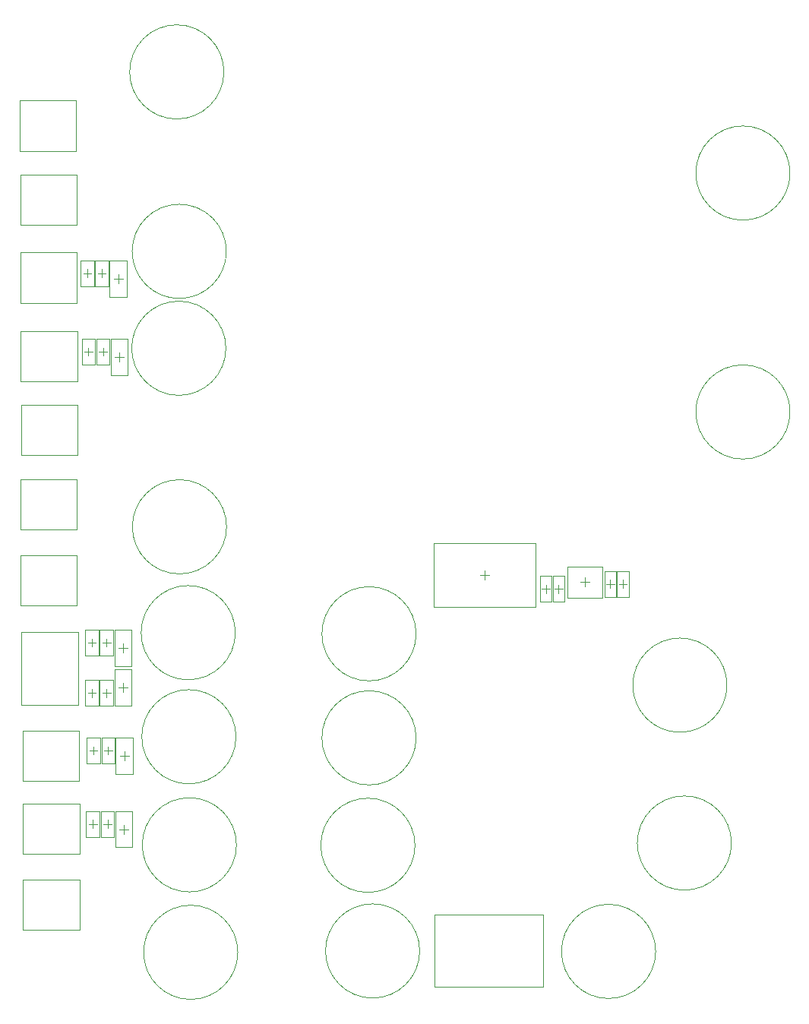
<source format=gbr>
G04 Layer_Color=32768*
%FSLAX45Y45*%
%MOMM*%
%TF.FileFunction,Other,Top_Comp._Keep-Out*%
%TF.Part,Single*%
G01*
G75*
%TA.AperFunction,NonConductor*%
%ADD53C,0.10000*%
%ADD56C,0.05000*%
D53*
X6999999Y4682500D02*
X7090000Y4682500D01*
X7045000Y4637500D02*
Y4727501D01*
X6979999Y4540001D02*
X6980000Y4825000D01*
X7109999Y4540000D02*
X7109999Y4825000D01*
X6979999Y4540001D02*
X7109999Y4540000D01*
X6980000Y4825000D02*
X7109999D01*
X6857500Y4682500D02*
X6947500D01*
X6902500Y4637500D02*
Y4727501D01*
X6837499Y4540001D02*
X6837500Y4825000D01*
X6967499Y4540000D02*
Y4825000D01*
X6837499Y4540001D02*
X6967499Y4540000D01*
X6837500Y4825000D02*
X6967499Y4825000D01*
X6812499Y4877500D02*
X6812500Y4527500D01*
X6427499Y4877501D02*
X6427499Y4527500D01*
X6812500Y4527500D01*
X6427499Y4877501D02*
X6812499Y4877500D01*
X6570000Y4702500D02*
X6669999D01*
X6619999Y4652500D02*
X6619999Y4752500D01*
X6282499Y4627500D02*
X6372500D01*
X6327499Y4582500D02*
X6327500Y4672501D01*
X6262499Y4485001D02*
X6262500Y4770000D01*
X6392499Y4485000D02*
X6392499Y4770000D01*
X6262499Y4485001D02*
X6392499Y4485000D01*
X6262500Y4770000D02*
X6392499D01*
X6142499Y4627500D02*
X6232500D01*
X6187499Y4582500D02*
Y4672501D01*
X6252499Y4485000D02*
X6252499Y4770000D01*
X6122500Y4485000D02*
Y4770000D01*
X6252499Y4770000D01*
X6122500Y4485000D02*
X6252499D01*
X5502500Y4732500D02*
Y4832500D01*
X5452499Y4782500D02*
X5552499D01*
X1062500Y1865000D02*
X1212500D01*
X1062500Y2150000D02*
X1212500Y2150000D01*
X1062500Y1865000D02*
Y2150000D01*
X1212500Y1865000D02*
Y2150000D01*
X1137500Y1962500D02*
Y2052500D01*
X1092500Y2007500D02*
X1182500Y2007500D01*
X1226057Y1864519D02*
X1376057Y1864518D01*
X1226057Y2149518D02*
X1376057Y2149519D01*
X1226057Y1864519D02*
Y2149518D01*
X1376057Y1864518D02*
X1376057Y2149519D01*
X1301057Y1962019D02*
X1301057Y2052019D01*
X1256057Y2007019D02*
X1346058D01*
X1432500Y1947500D02*
X1532500D01*
X1482500Y1897500D02*
Y1997500D01*
X1577500Y1747500D02*
Y2147500D01*
X1387500Y1747500D02*
Y2147500D01*
X1577500D01*
X1387500Y1747500D02*
X1577500D01*
X1069999Y2682500D02*
X1219999Y2682500D01*
X1070000Y2967500D02*
X1219999Y2967500D01*
X1069999Y2682500D02*
X1070000Y2967500D01*
X1219999Y2682500D02*
X1219999Y2967500D01*
X1144999Y2780000D02*
X1144999Y2870000D01*
X1099999Y2825000D02*
X1189999D01*
X1232499Y2682500D02*
X1382499Y2682500D01*
X1232499Y2967500D02*
X1382499Y2967500D01*
X1232499Y2682500D02*
Y2967500D01*
X1382499Y2682500D02*
Y2967500D01*
X1307499Y2780000D02*
Y2870000D01*
X1262499Y2825000D02*
X1352499D01*
X1437499Y2767500D02*
X1537499Y2767500D01*
X1487499Y2817500D02*
X1487499Y2717500D01*
X1582499Y2567500D02*
X1582500Y2967500D01*
X1392499Y2567500D02*
Y2967500D01*
X1582500Y2967500D01*
X1392499Y2567500D02*
X1582499D01*
X1052499Y3885000D02*
X1202499Y3884999D01*
X1052500Y4170000D02*
X1202499Y4170000D01*
X1052499Y3885000D02*
X1052500Y4170000D01*
X1202499Y3884999D02*
X1202499Y4170000D01*
X1127499Y3982500D02*
X1127499Y4072500D01*
X1082499Y4027500D02*
X1172500D01*
X1214999Y3885000D02*
X1364999Y3885000D01*
X1215000Y4170000D02*
X1364999Y4170001D01*
X1214999Y3885000D02*
X1215000Y4170000D01*
X1364999Y3885000D02*
X1364999Y4170001D01*
X1289999Y3982500D02*
X1289999Y4072501D01*
X1244999Y4027500D02*
X1334999D01*
X1052500Y3325000D02*
X1202499Y3325000D01*
X1052500Y3610000D02*
X1202499Y3610000D01*
X1052500Y3325000D02*
Y3610000D01*
X1202499Y3325000D02*
Y3610000D01*
X1127499Y3422500D02*
X1127499Y3512500D01*
X1082499Y3467500D02*
X1172500D01*
X1215000Y3325000D02*
X1365000Y3325000D01*
X1215000Y3610000D02*
X1365000D01*
X1215000Y3325000D02*
Y3610000D01*
X1365000D02*
X1365000Y3325000D01*
X1290000Y3422500D02*
Y3512500D01*
X1245000Y3467500D02*
X1335000Y3467500D01*
X1424999Y3530000D02*
X1524999Y3530000D01*
X1474999Y3480000D02*
Y3580000D01*
X1569999Y3330000D02*
Y3730000D01*
X1379999Y3330000D02*
Y3730000D01*
X1569999D01*
X1379999Y3330000D02*
X1569999D01*
X1422499Y3970000D02*
X1522499Y3970000D01*
X1472499Y3920000D02*
Y4020000D01*
X1567499Y3770000D02*
X1567499Y4170000D01*
X1377499Y4170000D02*
X1377500Y3770000D01*
X1377499Y4170000D02*
X1567499Y4170000D01*
X1377500Y3770000D02*
X1567499D01*
X1012501Y7130000D02*
X1162501Y7130000D01*
X1012501Y7415000D02*
X1162501D01*
X1012501Y7130000D02*
Y7415000D01*
X1162501Y7130000D02*
Y7415000D01*
X1087500Y7227500D02*
Y7317500D01*
X1042500Y7272500D02*
X1132501D01*
X1175001Y7130000D02*
X1325000Y7129999D01*
X1175001Y7415000D02*
X1325001Y7415000D01*
X1175001Y7130000D02*
X1175001Y7415000D01*
X1325000Y7129999D02*
X1325001Y7415000D01*
X1250000Y7227500D02*
X1250001Y7317500D01*
X1205000Y7272500D02*
X1295001D01*
X1382501Y7212500D02*
X1482501D01*
X1432501Y7162500D02*
Y7262500D01*
X1527501Y7012500D02*
Y7412500D01*
X1337501Y7012500D02*
Y7412500D01*
X1527501D01*
X1337501Y7012500D02*
X1527501Y7012500D01*
X1000000Y8002500D02*
X1149999Y8002500D01*
X999999Y8287500D02*
X1149999D01*
X999999D02*
X1000000Y8002500D01*
X1149999Y8002500D02*
Y8287500D01*
X1074999Y8100000D02*
X1074999Y8190001D01*
X1029999Y8145000D02*
X1119999D01*
X1162499Y8002500D02*
X1312499Y8002500D01*
X1162499Y8287500D02*
X1312499D01*
X1162499Y8002500D02*
Y8287500D01*
X1312499Y8002500D02*
Y8287500D01*
X1237499Y8100000D02*
X1237499Y8190000D01*
X1192499Y8145000D02*
X1282499D01*
X1369999Y8085000D02*
X1469999D01*
X1419999Y8035000D02*
Y8135000D01*
X1514999Y7885000D02*
Y8285000D01*
X1324999Y7885000D02*
Y8285000D01*
X1514999D01*
X1324999Y7885000D02*
X1514999D01*
D56*
X4780000Y592500D02*
G03*
X4780000Y592500I-525000J0D01*
G01*
X2737500Y1775000D02*
G03*
X2737500Y1775000I-525000J0D01*
G01*
X2732501Y2979999D02*
G03*
X2732501Y2979999I-525000J0D01*
G01*
X8907500Y6600000D02*
G03*
X8907500Y6600000I-525000J0D01*
G01*
Y9262500D02*
G03*
X8907500Y9262500I-525000J0D01*
G01*
X2752500Y577500D02*
G03*
X2752500Y577500I-525000J0D01*
G01*
X7410000Y587500D02*
G03*
X7410000Y587500I-525000J0D01*
G01*
X4727500Y1770000D02*
G03*
X4727500Y1770000I-525000J0D01*
G01*
X8255000Y1795000D02*
G03*
X8255000Y1795000I-525000J0D01*
G01*
X2725000Y4140000D02*
G03*
X2725000Y4140000I-525000J0D01*
G01*
X4740000Y2967500D02*
G03*
X4740000Y2967500I-525000J0D01*
G01*
Y4127500D02*
G03*
X4740000Y4127500I-525000J0D01*
G01*
X8205000Y3555000D02*
G03*
X8205000Y3555000I-525000J0D01*
G01*
X2627500Y5320000D02*
G03*
X2627500Y5320000I-525000J0D01*
G01*
X2620000Y7310000D02*
G03*
X2620000Y7310000I-525000J0D01*
G01*
X2625000Y8390000D02*
G03*
X2625000Y8390000I-525000J0D01*
G01*
X2597501Y10390000D02*
G03*
X2597501Y10390000I-525000J0D01*
G01*
X6153500Y195000D02*
Y995000D01*
X4943500Y995000D02*
X6153500Y995000D01*
X4943500Y195000D02*
Y995000D01*
Y195000D02*
X6153500D01*
X329500Y8377001D02*
X329500Y7817001D01*
X329500Y8377001D02*
X959499D01*
X959499Y7817000D02*
X959499Y8377001D01*
X329500Y7817001D02*
X959499Y7817000D01*
X319500Y9509500D02*
Y10069500D01*
X949500D01*
X949500Y9509500D02*
X949500Y10069500D01*
X319500Y9509500D02*
X949500Y9509500D01*
X327500Y8687500D02*
Y9247500D01*
X957500Y9247500D01*
X957500Y8687500D01*
X327500D02*
X957500D01*
X357001Y828001D02*
Y1388001D01*
X987000D01*
Y828001D02*
Y1388001D01*
X357001Y828001D02*
X987000D01*
X327500Y4445000D02*
Y5005000D01*
X957500D01*
X957500Y4445000D02*
X957500Y5005000D01*
X327500Y4445000D02*
X957500Y4445000D01*
X329500Y5293000D02*
Y5853000D01*
X959500D01*
Y5293000D02*
Y5853000D01*
X329500Y5293000D02*
X959500D01*
X4937499Y5137501D02*
X6067499D01*
X4937500Y4427500D02*
X6067500D01*
X4937499Y5137501D02*
X4937500Y4427500D01*
X6067499Y5137501D02*
X6067500Y4427500D01*
X335000Y6122500D02*
Y6682500D01*
X965000Y6682500D01*
X965000Y6122500D01*
X335000D02*
X965000D01*
X359499Y1675500D02*
X359500Y2235500D01*
X989499Y2235500D01*
Y1675500D02*
Y2235500D01*
X359499Y1675500D02*
X989499Y1675500D01*
X355000Y2490000D02*
X355000Y3050001D01*
X985000Y3050000D01*
Y2490000D02*
Y3050000D01*
X355000Y2490000D02*
X985000Y2490000D01*
X342000Y3334000D02*
X971999D01*
Y4146000D01*
X341999D02*
X971999D01*
X341999D02*
X342000Y3334000D01*
X332500Y6940001D02*
Y7500000D01*
X962500D01*
X962499Y6940000D02*
X962500Y7500000D01*
X332500Y6940001D02*
X962499Y6940000D01*
%TF.MD5,b9fb8ce922318bddea7d830a6a46b3f4*%
M02*

</source>
